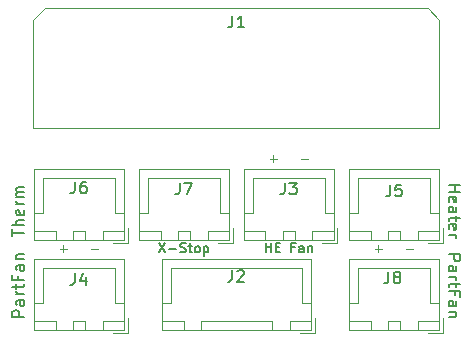
<source format=gbr>
%TF.GenerationSoftware,KiCad,Pcbnew,(6.0.4-0)*%
%TF.CreationDate,2022-03-28T23:15:47-05:00*%
%TF.ProjectId,Toolhead_PCB,546f6f6c-6865-4616-945f-5043422e6b69,rev?*%
%TF.SameCoordinates,Original*%
%TF.FileFunction,Legend,Top*%
%TF.FilePolarity,Positive*%
%FSLAX46Y46*%
G04 Gerber Fmt 4.6, Leading zero omitted, Abs format (unit mm)*
G04 Created by KiCad (PCBNEW (6.0.4-0)) date 2022-03-28 23:15:47*
%MOMM*%
%LPD*%
G01*
G04 APERTURE LIST*
%ADD10C,0.150000*%
%ADD11C,0.100000*%
%ADD12C,0.200000*%
%ADD13C,0.120000*%
G04 APERTURE END LIST*
D10*
X102483095Y-103502904D02*
X102483095Y-102702904D01*
X102483095Y-103083857D02*
X102940238Y-103083857D01*
X102940238Y-103502904D02*
X102940238Y-102702904D01*
X103321190Y-103083857D02*
X103587857Y-103083857D01*
X103702142Y-103502904D02*
X103321190Y-103502904D01*
X103321190Y-102702904D01*
X103702142Y-102702904D01*
X104921190Y-103083857D02*
X104654523Y-103083857D01*
X104654523Y-103502904D02*
X104654523Y-102702904D01*
X105035476Y-102702904D01*
X105683095Y-103502904D02*
X105683095Y-103083857D01*
X105645000Y-103007666D01*
X105568809Y-102969571D01*
X105416428Y-102969571D01*
X105340238Y-103007666D01*
X105683095Y-103464809D02*
X105606904Y-103502904D01*
X105416428Y-103502904D01*
X105340238Y-103464809D01*
X105302142Y-103388619D01*
X105302142Y-103312428D01*
X105340238Y-103236238D01*
X105416428Y-103198142D01*
X105606904Y-103198142D01*
X105683095Y-103160047D01*
X106064047Y-102969571D02*
X106064047Y-103502904D01*
X106064047Y-103045761D02*
X106102142Y-103007666D01*
X106178333Y-102969571D01*
X106292619Y-102969571D01*
X106368809Y-103007666D01*
X106406904Y-103083857D01*
X106406904Y-103502904D01*
D11*
X111727857Y-103194571D02*
X112299285Y-103194571D01*
X112013571Y-103480285D02*
X112013571Y-102908857D01*
X114370714Y-103194571D02*
X114942142Y-103194571D01*
D12*
X117962619Y-103673142D02*
X118962619Y-103673142D01*
X118962619Y-104054095D01*
X118915000Y-104149333D01*
X118867380Y-104196952D01*
X118772142Y-104244571D01*
X118629285Y-104244571D01*
X118534047Y-104196952D01*
X118486428Y-104149333D01*
X118438809Y-104054095D01*
X118438809Y-103673142D01*
X117962619Y-105101714D02*
X118486428Y-105101714D01*
X118581666Y-105054095D01*
X118629285Y-104958857D01*
X118629285Y-104768380D01*
X118581666Y-104673142D01*
X118010238Y-105101714D02*
X117962619Y-105006476D01*
X117962619Y-104768380D01*
X118010238Y-104673142D01*
X118105476Y-104625523D01*
X118200714Y-104625523D01*
X118295952Y-104673142D01*
X118343571Y-104768380D01*
X118343571Y-105006476D01*
X118391190Y-105101714D01*
X117962619Y-105577904D02*
X118629285Y-105577904D01*
X118438809Y-105577904D02*
X118534047Y-105625523D01*
X118581666Y-105673142D01*
X118629285Y-105768380D01*
X118629285Y-105863619D01*
X118629285Y-106054095D02*
X118629285Y-106435047D01*
X118962619Y-106196952D02*
X118105476Y-106196952D01*
X118010238Y-106244571D01*
X117962619Y-106339809D01*
X117962619Y-106435047D01*
X118486428Y-107101714D02*
X118486428Y-106768380D01*
X117962619Y-106768380D02*
X118962619Y-106768380D01*
X118962619Y-107244571D01*
X117962619Y-108054095D02*
X118486428Y-108054095D01*
X118581666Y-108006476D01*
X118629285Y-107911238D01*
X118629285Y-107720761D01*
X118581666Y-107625523D01*
X118010238Y-108054095D02*
X117962619Y-107958857D01*
X117962619Y-107720761D01*
X118010238Y-107625523D01*
X118105476Y-107577904D01*
X118200714Y-107577904D01*
X118295952Y-107625523D01*
X118343571Y-107720761D01*
X118343571Y-107958857D01*
X118391190Y-108054095D01*
X118629285Y-108530285D02*
X117962619Y-108530285D01*
X118534047Y-108530285D02*
X118581666Y-108577904D01*
X118629285Y-108673142D01*
X118629285Y-108815999D01*
X118581666Y-108911238D01*
X118486428Y-108958857D01*
X117962619Y-108958857D01*
X82037380Y-108958857D02*
X81037380Y-108958857D01*
X81037380Y-108577904D01*
X81085000Y-108482666D01*
X81132619Y-108435047D01*
X81227857Y-108387428D01*
X81370714Y-108387428D01*
X81465952Y-108435047D01*
X81513571Y-108482666D01*
X81561190Y-108577904D01*
X81561190Y-108958857D01*
X82037380Y-107530285D02*
X81513571Y-107530285D01*
X81418333Y-107577904D01*
X81370714Y-107673142D01*
X81370714Y-107863619D01*
X81418333Y-107958857D01*
X81989761Y-107530285D02*
X82037380Y-107625523D01*
X82037380Y-107863619D01*
X81989761Y-107958857D01*
X81894523Y-108006476D01*
X81799285Y-108006476D01*
X81704047Y-107958857D01*
X81656428Y-107863619D01*
X81656428Y-107625523D01*
X81608809Y-107530285D01*
X82037380Y-107054095D02*
X81370714Y-107054095D01*
X81561190Y-107054095D02*
X81465952Y-107006476D01*
X81418333Y-106958857D01*
X81370714Y-106863619D01*
X81370714Y-106768380D01*
X81370714Y-106577904D02*
X81370714Y-106196952D01*
X81037380Y-106435047D02*
X81894523Y-106435047D01*
X81989761Y-106387428D01*
X82037380Y-106292190D01*
X82037380Y-106196952D01*
X81513571Y-105530285D02*
X81513571Y-105863619D01*
X82037380Y-105863619D02*
X81037380Y-105863619D01*
X81037380Y-105387428D01*
X82037380Y-104577904D02*
X81513571Y-104577904D01*
X81418333Y-104625523D01*
X81370714Y-104720761D01*
X81370714Y-104911238D01*
X81418333Y-105006476D01*
X81989761Y-104577904D02*
X82037380Y-104673142D01*
X82037380Y-104911238D01*
X81989761Y-105006476D01*
X81894523Y-105054095D01*
X81799285Y-105054095D01*
X81704047Y-105006476D01*
X81656428Y-104911238D01*
X81656428Y-104673142D01*
X81608809Y-104577904D01*
X81370714Y-104101714D02*
X82037380Y-104101714D01*
X81465952Y-104101714D02*
X81418333Y-104054095D01*
X81370714Y-103958857D01*
X81370714Y-103816000D01*
X81418333Y-103720761D01*
X81513571Y-103673142D01*
X82037380Y-103673142D01*
D11*
X102837857Y-95574571D02*
X103409285Y-95574571D01*
X103123571Y-95860285D02*
X103123571Y-95288857D01*
X105480714Y-95574571D02*
X106052142Y-95574571D01*
D12*
X81037380Y-102108857D02*
X81037380Y-101537428D01*
X82037380Y-101823142D02*
X81037380Y-101823142D01*
X82037380Y-101204095D02*
X81037380Y-101204095D01*
X82037380Y-100775523D02*
X81513571Y-100775523D01*
X81418333Y-100823142D01*
X81370714Y-100918380D01*
X81370714Y-101061238D01*
X81418333Y-101156476D01*
X81465952Y-101204095D01*
X81989761Y-99918380D02*
X82037380Y-100013619D01*
X82037380Y-100204095D01*
X81989761Y-100299333D01*
X81894523Y-100346952D01*
X81513571Y-100346952D01*
X81418333Y-100299333D01*
X81370714Y-100204095D01*
X81370714Y-100013619D01*
X81418333Y-99918380D01*
X81513571Y-99870761D01*
X81608809Y-99870761D01*
X81704047Y-100346952D01*
X82037380Y-99442190D02*
X81370714Y-99442190D01*
X81561190Y-99442190D02*
X81465952Y-99394571D01*
X81418333Y-99346952D01*
X81370714Y-99251714D01*
X81370714Y-99156476D01*
X82037380Y-98823142D02*
X81370714Y-98823142D01*
X81465952Y-98823142D02*
X81418333Y-98775523D01*
X81370714Y-98680285D01*
X81370714Y-98537428D01*
X81418333Y-98442190D01*
X81513571Y-98394571D01*
X82037380Y-98394571D01*
X81513571Y-98394571D02*
X81418333Y-98346952D01*
X81370714Y-98251714D01*
X81370714Y-98108857D01*
X81418333Y-98013619D01*
X81513571Y-97966000D01*
X82037380Y-97966000D01*
D10*
X117962619Y-97775523D02*
X118962619Y-97775523D01*
X118486428Y-97775523D02*
X118486428Y-98346952D01*
X117962619Y-98346952D02*
X118962619Y-98346952D01*
X118010238Y-99204095D02*
X117962619Y-99108857D01*
X117962619Y-98918380D01*
X118010238Y-98823142D01*
X118105476Y-98775523D01*
X118486428Y-98775523D01*
X118581666Y-98823142D01*
X118629285Y-98918380D01*
X118629285Y-99108857D01*
X118581666Y-99204095D01*
X118486428Y-99251714D01*
X118391190Y-99251714D01*
X118295952Y-98775523D01*
X117962619Y-100108857D02*
X118486428Y-100108857D01*
X118581666Y-100061238D01*
X118629285Y-99966000D01*
X118629285Y-99775523D01*
X118581666Y-99680285D01*
X118010238Y-100108857D02*
X117962619Y-100013619D01*
X117962619Y-99775523D01*
X118010238Y-99680285D01*
X118105476Y-99632666D01*
X118200714Y-99632666D01*
X118295952Y-99680285D01*
X118343571Y-99775523D01*
X118343571Y-100013619D01*
X118391190Y-100108857D01*
X118629285Y-100442190D02*
X118629285Y-100823142D01*
X118962619Y-100585047D02*
X118105476Y-100585047D01*
X118010238Y-100632666D01*
X117962619Y-100727904D01*
X117962619Y-100823142D01*
X118010238Y-101537428D02*
X117962619Y-101442190D01*
X117962619Y-101251714D01*
X118010238Y-101156476D01*
X118105476Y-101108857D01*
X118486428Y-101108857D01*
X118581666Y-101156476D01*
X118629285Y-101251714D01*
X118629285Y-101442190D01*
X118581666Y-101537428D01*
X118486428Y-101585047D01*
X118391190Y-101585047D01*
X118295952Y-101108857D01*
X117962619Y-102013619D02*
X118629285Y-102013619D01*
X118438809Y-102013619D02*
X118534047Y-102061238D01*
X118581666Y-102108857D01*
X118629285Y-102204095D01*
X118629285Y-102299333D01*
D11*
X85057857Y-103194571D02*
X85629285Y-103194571D01*
X85343571Y-103480285D02*
X85343571Y-102908857D01*
X87700714Y-103194571D02*
X88272142Y-103194571D01*
D10*
X93459761Y-102702904D02*
X93993095Y-103502904D01*
X93993095Y-102702904D02*
X93459761Y-103502904D01*
X94297857Y-103198142D02*
X94907380Y-103198142D01*
X95250238Y-103464809D02*
X95364523Y-103502904D01*
X95555000Y-103502904D01*
X95631190Y-103464809D01*
X95669285Y-103426714D01*
X95707380Y-103350523D01*
X95707380Y-103274333D01*
X95669285Y-103198142D01*
X95631190Y-103160047D01*
X95555000Y-103121952D01*
X95402619Y-103083857D01*
X95326428Y-103045761D01*
X95288333Y-103007666D01*
X95250238Y-102931476D01*
X95250238Y-102855285D01*
X95288333Y-102779095D01*
X95326428Y-102741000D01*
X95402619Y-102702904D01*
X95593095Y-102702904D01*
X95707380Y-102741000D01*
X95935952Y-102969571D02*
X96240714Y-102969571D01*
X96050238Y-102702904D02*
X96050238Y-103388619D01*
X96088333Y-103464809D01*
X96164523Y-103502904D01*
X96240714Y-103502904D01*
X96621666Y-103502904D02*
X96545476Y-103464809D01*
X96507380Y-103426714D01*
X96469285Y-103350523D01*
X96469285Y-103121952D01*
X96507380Y-103045761D01*
X96545476Y-103007666D01*
X96621666Y-102969571D01*
X96735952Y-102969571D01*
X96812142Y-103007666D01*
X96850238Y-103045761D01*
X96888333Y-103121952D01*
X96888333Y-103350523D01*
X96850238Y-103426714D01*
X96812142Y-103464809D01*
X96735952Y-103502904D01*
X96621666Y-103502904D01*
X97231190Y-102969571D02*
X97231190Y-103769571D01*
X97231190Y-103007666D02*
X97307380Y-102969571D01*
X97459761Y-102969571D01*
X97535952Y-103007666D01*
X97574047Y-103045761D01*
X97612142Y-103121952D01*
X97612142Y-103350523D01*
X97574047Y-103426714D01*
X97535952Y-103464809D01*
X97459761Y-103502904D01*
X97307380Y-103502904D01*
X97231190Y-103464809D01*
%TO.C,J1*%
X99666666Y-83450380D02*
X99666666Y-84164666D01*
X99619047Y-84307523D01*
X99523809Y-84402761D01*
X99380952Y-84450380D01*
X99285714Y-84450380D01*
X100666666Y-84450380D02*
X100095238Y-84450380D01*
X100380952Y-84450380D02*
X100380952Y-83450380D01*
X100285714Y-83593238D01*
X100190476Y-83688476D01*
X100095238Y-83736095D01*
%TO.C,J7*%
X95221666Y-97593380D02*
X95221666Y-98307666D01*
X95174047Y-98450523D01*
X95078809Y-98545761D01*
X94935952Y-98593380D01*
X94840714Y-98593380D01*
X95602619Y-97593380D02*
X96269285Y-97593380D01*
X95840714Y-98593380D01*
%TO.C,J5*%
X113021666Y-97767380D02*
X113021666Y-98481666D01*
X112974047Y-98624523D01*
X112878809Y-98719761D01*
X112735952Y-98767380D01*
X112640714Y-98767380D01*
X113974047Y-97767380D02*
X113497857Y-97767380D01*
X113450238Y-98243571D01*
X113497857Y-98195952D01*
X113593095Y-98148333D01*
X113831190Y-98148333D01*
X113926428Y-98195952D01*
X113974047Y-98243571D01*
X114021666Y-98338809D01*
X114021666Y-98576904D01*
X113974047Y-98672142D01*
X113926428Y-98719761D01*
X113831190Y-98767380D01*
X113593095Y-98767380D01*
X113497857Y-98719761D01*
X113450238Y-98672142D01*
%TO.C,J3*%
X104101666Y-97593380D02*
X104101666Y-98307666D01*
X104054047Y-98450523D01*
X103958809Y-98545761D01*
X103815952Y-98593380D01*
X103720714Y-98593380D01*
X104482619Y-97593380D02*
X105101666Y-97593380D01*
X104768333Y-97974333D01*
X104911190Y-97974333D01*
X105006428Y-98021952D01*
X105054047Y-98069571D01*
X105101666Y-98164809D01*
X105101666Y-98402904D01*
X105054047Y-98498142D01*
X105006428Y-98545761D01*
X104911190Y-98593380D01*
X104625476Y-98593380D01*
X104530238Y-98545761D01*
X104482619Y-98498142D01*
%TO.C,J6*%
X86331666Y-97513380D02*
X86331666Y-98227666D01*
X86284047Y-98370523D01*
X86188809Y-98465761D01*
X86045952Y-98513380D01*
X85950714Y-98513380D01*
X87236428Y-97513380D02*
X87045952Y-97513380D01*
X86950714Y-97561000D01*
X86903095Y-97608619D01*
X86807857Y-97751476D01*
X86760238Y-97941952D01*
X86760238Y-98322904D01*
X86807857Y-98418142D01*
X86855476Y-98465761D01*
X86950714Y-98513380D01*
X87141190Y-98513380D01*
X87236428Y-98465761D01*
X87284047Y-98418142D01*
X87331666Y-98322904D01*
X87331666Y-98084809D01*
X87284047Y-97989571D01*
X87236428Y-97941952D01*
X87141190Y-97894333D01*
X86950714Y-97894333D01*
X86855476Y-97941952D01*
X86807857Y-97989571D01*
X86760238Y-98084809D01*
%TO.C,J4*%
X86331666Y-105260380D02*
X86331666Y-105974666D01*
X86284047Y-106117523D01*
X86188809Y-106212761D01*
X86045952Y-106260380D01*
X85950714Y-106260380D01*
X87236428Y-105593714D02*
X87236428Y-106260380D01*
X86998333Y-105212761D02*
X86760238Y-105927047D01*
X87379285Y-105927047D01*
%TO.C,J2*%
X99626666Y-105006380D02*
X99626666Y-105720666D01*
X99579047Y-105863523D01*
X99483809Y-105958761D01*
X99340952Y-106006380D01*
X99245714Y-106006380D01*
X100055238Y-105101619D02*
X100102857Y-105054000D01*
X100198095Y-105006380D01*
X100436190Y-105006380D01*
X100531428Y-105054000D01*
X100579047Y-105101619D01*
X100626666Y-105196857D01*
X100626666Y-105292095D01*
X100579047Y-105434952D01*
X100007619Y-106006380D01*
X100626666Y-106006380D01*
%TO.C,J8*%
X112874666Y-105133380D02*
X112874666Y-105847666D01*
X112827047Y-105990523D01*
X112731809Y-106085761D01*
X112588952Y-106133380D01*
X112493714Y-106133380D01*
X113493714Y-105561952D02*
X113398476Y-105514333D01*
X113350857Y-105466714D01*
X113303238Y-105371476D01*
X113303238Y-105323857D01*
X113350857Y-105228619D01*
X113398476Y-105181000D01*
X113493714Y-105133380D01*
X113684190Y-105133380D01*
X113779428Y-105181000D01*
X113827047Y-105228619D01*
X113874666Y-105323857D01*
X113874666Y-105371476D01*
X113827047Y-105466714D01*
X113779428Y-105514333D01*
X113684190Y-105561952D01*
X113493714Y-105561952D01*
X113398476Y-105609571D01*
X113350857Y-105657190D01*
X113303238Y-105752428D01*
X113303238Y-105942904D01*
X113350857Y-106038142D01*
X113398476Y-106085761D01*
X113493714Y-106133380D01*
X113684190Y-106133380D01*
X113779428Y-106085761D01*
X113827047Y-106038142D01*
X113874666Y-105942904D01*
X113874666Y-105752428D01*
X113827047Y-105657190D01*
X113779428Y-105609571D01*
X113684190Y-105561952D01*
D13*
%TO.C,J1*%
X116185000Y-82842000D02*
X117185000Y-83842000D01*
X117185000Y-83842000D02*
X117185000Y-92972000D01*
X117185000Y-92972000D02*
X82815000Y-92972000D01*
X82815000Y-92972000D02*
X82815000Y-83842000D01*
X83815000Y-82842000D02*
X116185000Y-82842000D01*
X82815000Y-83842000D02*
X83815000Y-82842000D01*
%TO.C,J7*%
X91765000Y-96456000D02*
X91765000Y-102426000D01*
X93575000Y-102416000D02*
X93575000Y-101666000D01*
X93575000Y-101666000D02*
X91775000Y-101666000D01*
X99675000Y-102716000D02*
X99675000Y-101466000D01*
X99375000Y-102416000D02*
X99375000Y-101666000D01*
X92525000Y-97216000D02*
X95575000Y-97216000D01*
X98425000Y-102716000D02*
X99675000Y-102716000D01*
X99385000Y-102426000D02*
X99385000Y-96456000D01*
X99375000Y-101666000D02*
X97575000Y-101666000D01*
X96075000Y-101666000D02*
X95075000Y-101666000D01*
X91765000Y-102426000D02*
X99385000Y-102426000D01*
X99375000Y-100166000D02*
X98625000Y-100166000D01*
X91775000Y-100166000D02*
X92525000Y-100166000D01*
X97575000Y-101666000D02*
X97575000Y-102416000D01*
X91775000Y-102416000D02*
X93575000Y-102416000D01*
X91775000Y-101666000D02*
X91775000Y-102416000D01*
X95075000Y-101666000D02*
X95075000Y-102416000D01*
X96075000Y-102416000D02*
X96075000Y-101666000D01*
X97575000Y-102416000D02*
X99375000Y-102416000D01*
X98625000Y-100166000D02*
X98625000Y-97216000D01*
X92525000Y-100166000D02*
X92525000Y-97216000D01*
X95075000Y-102416000D02*
X96075000Y-102416000D01*
X98625000Y-97216000D02*
X95575000Y-97216000D01*
X99385000Y-96456000D02*
X91765000Y-96456000D01*
%TO.C,J5*%
X117155000Y-100166000D02*
X116405000Y-100166000D01*
X115355000Y-101666000D02*
X115355000Y-102416000D01*
X109555000Y-100166000D02*
X110305000Y-100166000D01*
X117165000Y-96456000D02*
X109545000Y-96456000D01*
X116405000Y-100166000D02*
X116405000Y-97216000D01*
X117165000Y-102426000D02*
X117165000Y-96456000D01*
X116205000Y-102716000D02*
X117455000Y-102716000D01*
X112855000Y-101666000D02*
X112855000Y-102416000D01*
X111355000Y-102416000D02*
X111355000Y-101666000D01*
X113855000Y-102416000D02*
X113855000Y-101666000D01*
X109555000Y-101666000D02*
X109555000Y-102416000D01*
X110305000Y-100166000D02*
X110305000Y-97216000D01*
X111355000Y-101666000D02*
X109555000Y-101666000D01*
X117155000Y-101666000D02*
X115355000Y-101666000D01*
X109545000Y-102426000D02*
X117165000Y-102426000D01*
X116405000Y-97216000D02*
X113355000Y-97216000D01*
X115355000Y-102416000D02*
X117155000Y-102416000D01*
X117155000Y-102416000D02*
X117155000Y-101666000D01*
X113855000Y-101666000D02*
X112855000Y-101666000D01*
X110305000Y-97216000D02*
X113355000Y-97216000D01*
X109555000Y-102416000D02*
X111355000Y-102416000D01*
X117455000Y-102716000D02*
X117455000Y-101466000D01*
X109545000Y-96456000D02*
X109545000Y-102426000D01*
X112855000Y-102416000D02*
X113855000Y-102416000D01*
%TO.C,J3*%
X108235000Y-102426000D02*
X108235000Y-96456000D01*
X107275000Y-102716000D02*
X108525000Y-102716000D01*
X100625000Y-101666000D02*
X100625000Y-102416000D01*
X107475000Y-100166000D02*
X107475000Y-97216000D01*
X100615000Y-96456000D02*
X100615000Y-102426000D01*
X108525000Y-102716000D02*
X108525000Y-101466000D01*
X108225000Y-100166000D02*
X107475000Y-100166000D01*
X102425000Y-102416000D02*
X102425000Y-101666000D01*
X104925000Y-101666000D02*
X103925000Y-101666000D01*
X101375000Y-100166000D02*
X101375000Y-97216000D01*
X103925000Y-102416000D02*
X104925000Y-102416000D01*
X100615000Y-102426000D02*
X108235000Y-102426000D01*
X100625000Y-102416000D02*
X102425000Y-102416000D01*
X102425000Y-101666000D02*
X100625000Y-101666000D01*
X108225000Y-101666000D02*
X106425000Y-101666000D01*
X108225000Y-102416000D02*
X108225000Y-101666000D01*
X104925000Y-102416000D02*
X104925000Y-101666000D01*
X107475000Y-97216000D02*
X104425000Y-97216000D01*
X103925000Y-101666000D02*
X103925000Y-102416000D01*
X106425000Y-101666000D02*
X106425000Y-102416000D01*
X108235000Y-96456000D02*
X100615000Y-96456000D01*
X101375000Y-97216000D02*
X104425000Y-97216000D01*
X106425000Y-102416000D02*
X108225000Y-102416000D01*
X100625000Y-100166000D02*
X101375000Y-100166000D01*
%TO.C,J6*%
X87185000Y-101666000D02*
X86185000Y-101666000D01*
X90785000Y-102716000D02*
X90785000Y-101466000D01*
X82885000Y-101666000D02*
X82885000Y-102416000D01*
X89735000Y-97216000D02*
X86685000Y-97216000D01*
X90495000Y-102426000D02*
X90495000Y-96456000D01*
X83635000Y-97216000D02*
X86685000Y-97216000D01*
X84685000Y-101666000D02*
X82885000Y-101666000D01*
X88685000Y-102416000D02*
X90485000Y-102416000D01*
X89535000Y-102716000D02*
X90785000Y-102716000D01*
X82885000Y-100166000D02*
X83635000Y-100166000D01*
X90485000Y-101666000D02*
X88685000Y-101666000D01*
X83635000Y-100166000D02*
X83635000Y-97216000D01*
X86185000Y-101666000D02*
X86185000Y-102416000D01*
X86185000Y-102416000D02*
X87185000Y-102416000D01*
X88685000Y-101666000D02*
X88685000Y-102416000D01*
X90495000Y-96456000D02*
X82875000Y-96456000D01*
X90485000Y-100166000D02*
X89735000Y-100166000D01*
X87185000Y-102416000D02*
X87185000Y-101666000D01*
X90485000Y-102416000D02*
X90485000Y-101666000D01*
X82885000Y-102416000D02*
X84685000Y-102416000D01*
X82875000Y-102426000D02*
X90495000Y-102426000D01*
X82875000Y-96456000D02*
X82875000Y-102426000D01*
X84685000Y-102416000D02*
X84685000Y-101666000D01*
X89735000Y-100166000D02*
X89735000Y-97216000D01*
%TO.C,J4*%
X87185000Y-109286000D02*
X86185000Y-109286000D01*
X90785000Y-110336000D02*
X90785000Y-109086000D01*
X84685000Y-109286000D02*
X82885000Y-109286000D01*
X82875000Y-104076000D02*
X82875000Y-110046000D01*
X87185000Y-110036000D02*
X87185000Y-109286000D01*
X82885000Y-109286000D02*
X82885000Y-110036000D01*
X89735000Y-107786000D02*
X89735000Y-104836000D01*
X90495000Y-110046000D02*
X90495000Y-104076000D01*
X88685000Y-109286000D02*
X88685000Y-110036000D01*
X83635000Y-104836000D02*
X86685000Y-104836000D01*
X86185000Y-109286000D02*
X86185000Y-110036000D01*
X86185000Y-110036000D02*
X87185000Y-110036000D01*
X89535000Y-110336000D02*
X90785000Y-110336000D01*
X83635000Y-107786000D02*
X83635000Y-104836000D01*
X82885000Y-110036000D02*
X84685000Y-110036000D01*
X84685000Y-110036000D02*
X84685000Y-109286000D01*
X82885000Y-107786000D02*
X83635000Y-107786000D01*
X90485000Y-107786000D02*
X89735000Y-107786000D01*
X90485000Y-110036000D02*
X90485000Y-109286000D01*
X90485000Y-109286000D02*
X88685000Y-109286000D01*
X89735000Y-104836000D02*
X86685000Y-104836000D01*
X90495000Y-104076000D02*
X82875000Y-104076000D01*
X82875000Y-110046000D02*
X90495000Y-110046000D01*
X88685000Y-110036000D02*
X90485000Y-110036000D01*
%TO.C,J2*%
X95520000Y-109286000D02*
X93720000Y-109286000D01*
X103020000Y-110036000D02*
X103020000Y-109286000D01*
X106320000Y-109286000D02*
X104520000Y-109286000D01*
X106320000Y-110036000D02*
X106320000Y-109286000D01*
X95520000Y-110036000D02*
X95520000Y-109286000D01*
X94470000Y-104836000D02*
X100020000Y-104836000D01*
X97020000Y-110036000D02*
X103020000Y-110036000D01*
X93710000Y-104076000D02*
X93710000Y-110046000D01*
X105570000Y-107786000D02*
X105570000Y-104836000D01*
X103020000Y-109286000D02*
X97020000Y-109286000D01*
X106620000Y-110336000D02*
X106620000Y-109086000D01*
X105370000Y-110336000D02*
X106620000Y-110336000D01*
X106320000Y-107786000D02*
X105570000Y-107786000D01*
X94470000Y-107786000D02*
X94470000Y-104836000D01*
X97020000Y-109286000D02*
X97020000Y-110036000D01*
X93710000Y-110046000D02*
X106330000Y-110046000D01*
X93720000Y-110036000D02*
X95520000Y-110036000D01*
X104520000Y-110036000D02*
X106320000Y-110036000D01*
X93720000Y-107786000D02*
X94470000Y-107786000D01*
X105570000Y-104836000D02*
X100020000Y-104836000D01*
X106330000Y-104076000D02*
X93710000Y-104076000D01*
X93720000Y-109286000D02*
X93720000Y-110036000D01*
X106330000Y-110046000D02*
X106330000Y-104076000D01*
X104520000Y-109286000D02*
X104520000Y-110036000D01*
%TO.C,J8*%
X112855000Y-109286000D02*
X112855000Y-110036000D01*
X117165000Y-104076000D02*
X109545000Y-104076000D01*
X115355000Y-110036000D02*
X117155000Y-110036000D01*
X112855000Y-110036000D02*
X113855000Y-110036000D01*
X109555000Y-110036000D02*
X111355000Y-110036000D01*
X109555000Y-107786000D02*
X110305000Y-107786000D01*
X115355000Y-109286000D02*
X115355000Y-110036000D01*
X111355000Y-109286000D02*
X109555000Y-109286000D01*
X110305000Y-107786000D02*
X110305000Y-104836000D01*
X117155000Y-107786000D02*
X116405000Y-107786000D01*
X109555000Y-109286000D02*
X109555000Y-110036000D01*
X111355000Y-110036000D02*
X111355000Y-109286000D01*
X117455000Y-110336000D02*
X117455000Y-109086000D01*
X116405000Y-107786000D02*
X116405000Y-104836000D01*
X109545000Y-110046000D02*
X117165000Y-110046000D01*
X113855000Y-110036000D02*
X113855000Y-109286000D01*
X116405000Y-104836000D02*
X113355000Y-104836000D01*
X109545000Y-104076000D02*
X109545000Y-110046000D01*
X110305000Y-104836000D02*
X113355000Y-104836000D01*
X117165000Y-110046000D02*
X117165000Y-104076000D01*
X117155000Y-109286000D02*
X115355000Y-109286000D01*
X116205000Y-110336000D02*
X117455000Y-110336000D01*
X113855000Y-109286000D02*
X112855000Y-109286000D01*
X117155000Y-110036000D02*
X117155000Y-109286000D01*
%TD*%
M02*

</source>
